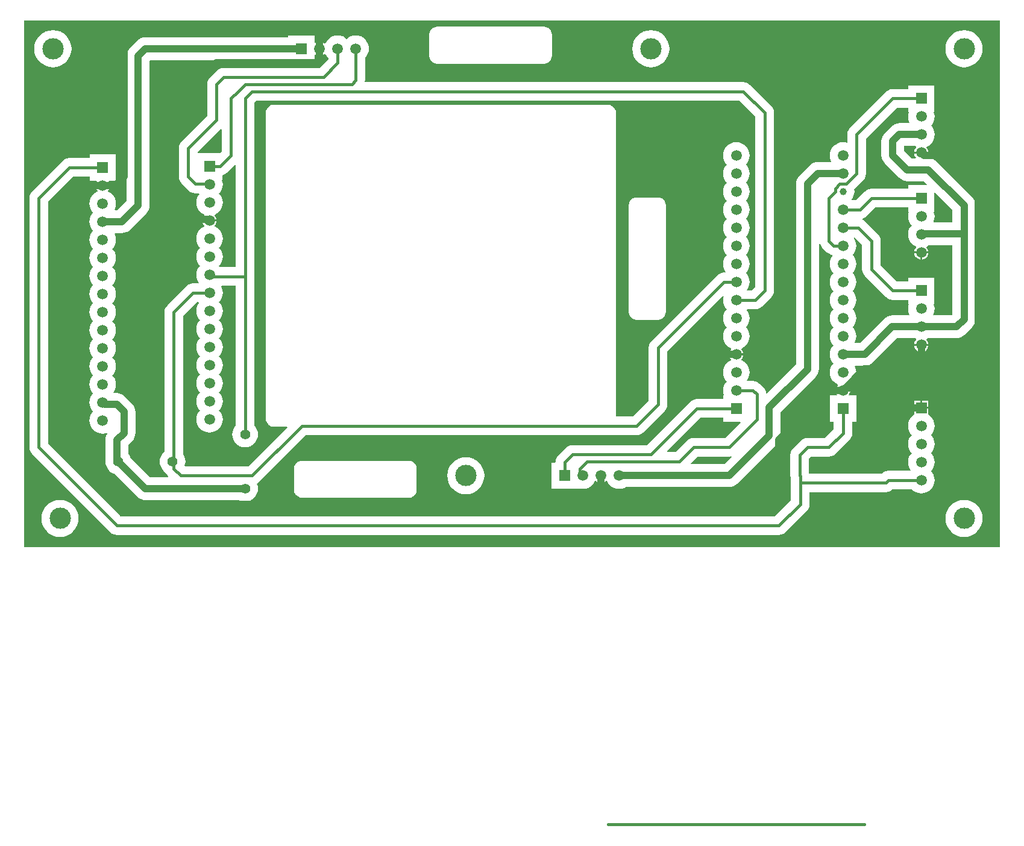
<source format=gbl>
G04 Layer_Physical_Order=2*
G04 Layer_Color=16711680*
%FSLAX42Y42*%
%MOMM*%
G71*
G01*
G75*
%ADD10C,0.40*%
%ADD11C,1.00*%
%ADD12R,1.50X1.50*%
%ADD13C,1.50*%
%ADD14R,1.50X1.50*%
%ADD15C,1.00*%
%ADD16C,1.40*%
%ADD17C,3.00*%
G36*
X17000Y3900D02*
X3300D01*
Y11300D01*
X17000D01*
Y3900D01*
D02*
G37*
%LPC*%
G36*
X9500Y5161D02*
X9449Y5156D01*
X9400Y5141D01*
X9355Y5117D01*
X9315Y5085D01*
X9283Y5045D01*
X9259Y5000D01*
X9244Y4951D01*
X9239Y4900D01*
X9244Y4849D01*
X9259Y4800D01*
X9283Y4755D01*
X9315Y4715D01*
X9355Y4683D01*
X9400Y4659D01*
X9449Y4644D01*
X9500Y4639D01*
X9551Y4644D01*
X9600Y4659D01*
X9645Y4683D01*
X9685Y4715D01*
X9717Y4755D01*
X9741Y4800D01*
X9756Y4849D01*
X9761Y4900D01*
X9756Y4951D01*
X9741Y5000D01*
X9717Y5045D01*
X9685Y5085D01*
X9645Y5117D01*
X9600Y5141D01*
X9551Y5156D01*
X9500Y5161D01*
D02*
G37*
G36*
X16500Y4561D02*
X16449Y4556D01*
X16400Y4541D01*
X16355Y4517D01*
X16315Y4485D01*
X16283Y4445D01*
X16259Y4400D01*
X16244Y4351D01*
X16239Y4300D01*
X16244Y4249D01*
X16259Y4200D01*
X16283Y4155D01*
X16315Y4115D01*
X16355Y4083D01*
X16400Y4059D01*
X16449Y4044D01*
X16500Y4039D01*
X16551Y4044D01*
X16600Y4059D01*
X16645Y4083D01*
X16685Y4115D01*
X16717Y4155D01*
X16741Y4200D01*
X16756Y4249D01*
X16761Y4300D01*
X16756Y4351D01*
X16741Y4400D01*
X16717Y4445D01*
X16685Y4485D01*
X16645Y4517D01*
X16600Y4541D01*
X16551Y4556D01*
X16500Y4561D01*
D02*
G37*
G36*
X8700Y5111D02*
X7200D01*
X7171Y5107D01*
X7145Y5096D01*
X7122Y5078D01*
X7104Y5055D01*
X7093Y5029D01*
X7089Y5000D01*
Y4700D01*
X7093Y4671D01*
X7104Y4645D01*
X7122Y4622D01*
X7145Y4604D01*
X7171Y4593D01*
X7200Y4589D01*
X8700D01*
X8729Y4593D01*
X8755Y4604D01*
X8778Y4622D01*
X8796Y4645D01*
X8807Y4671D01*
X8811Y4700D01*
Y5000D01*
X8807Y5029D01*
X8796Y5055D01*
X8778Y5078D01*
X8755Y5096D01*
X8729Y5107D01*
X8700Y5111D01*
D02*
G37*
G36*
X16000Y6725D02*
X15913D01*
Y6638D01*
X15926Y6640D01*
X15951Y6650D01*
X15972Y6666D01*
X15988Y6687D01*
X15998Y6712D01*
X16000Y6725D01*
D02*
G37*
G36*
X15887D02*
X15800D01*
X15802Y6712D01*
X15812Y6687D01*
X15828Y6666D01*
X15849Y6650D01*
X15874Y6640D01*
X15887Y6638D01*
Y6725D01*
D02*
G37*
G36*
X15887Y5954D02*
X15800D01*
Y5867D01*
X15887D01*
Y5954D01*
D02*
G37*
G36*
X16000D02*
X15913D01*
Y5867D01*
X16000D01*
Y5954D01*
D02*
G37*
G36*
X4585Y9417D02*
X4215D01*
Y9363D01*
X3932D01*
X3932Y9363D01*
X3898Y9359D01*
X3866Y9346D01*
X3839Y9325D01*
X3407Y8893D01*
X3386Y8866D01*
X3373Y8834D01*
X3369Y8800D01*
X3369Y8800D01*
Y5300D01*
X3369Y5300D01*
X3373Y5266D01*
X3386Y5234D01*
X3407Y5207D01*
X4507Y4107D01*
X4534Y4086D01*
X4566Y4073D01*
X4600Y4069D01*
X4600Y4069D01*
X13900D01*
X13900Y4069D01*
X13934Y4073D01*
X13966Y4086D01*
X13993Y4107D01*
X14293Y4407D01*
X14314Y4434D01*
X14327Y4466D01*
X14331Y4500D01*
X14331Y4500D01*
Y4669D01*
X15400D01*
X15400Y4669D01*
X15434Y4673D01*
X15466Y4686D01*
X15492Y4707D01*
X15768D01*
X15769Y4707D01*
X15797Y4683D01*
X15829Y4666D01*
X15864Y4656D01*
X15900Y4652D01*
X15936Y4656D01*
X15971Y4666D01*
X16003Y4683D01*
X16031Y4707D01*
X16055Y4735D01*
X16072Y4767D01*
X16082Y4802D01*
X16086Y4838D01*
X16082Y4874D01*
X16072Y4909D01*
X16055Y4941D01*
X16035Y4965D01*
X16055Y4989D01*
X16072Y5021D01*
X16082Y5056D01*
X16086Y5092D01*
X16082Y5128D01*
X16072Y5163D01*
X16055Y5195D01*
X16035Y5219D01*
X16055Y5243D01*
X16072Y5275D01*
X16082Y5310D01*
X16086Y5346D01*
X16082Y5382D01*
X16072Y5417D01*
X16055Y5449D01*
X16035Y5473D01*
X16055Y5497D01*
X16072Y5529D01*
X16082Y5564D01*
X16086Y5600D01*
X16082Y5636D01*
X16072Y5671D01*
X16055Y5703D01*
X16031Y5731D01*
X16003Y5755D01*
X16000Y5756D01*
Y5841D01*
X15900D01*
X15800D01*
Y5756D01*
X15797Y5755D01*
X15769Y5731D01*
X15745Y5703D01*
X15728Y5671D01*
X15718Y5636D01*
X15714Y5600D01*
X15718Y5564D01*
X15728Y5529D01*
X15745Y5497D01*
X15765Y5473D01*
X15745Y5449D01*
X15728Y5417D01*
X15718Y5382D01*
X15714Y5346D01*
X15718Y5310D01*
X15728Y5275D01*
X15745Y5243D01*
X15765Y5219D01*
X15745Y5195D01*
X15728Y5163D01*
X15718Y5128D01*
X15714Y5092D01*
X15718Y5056D01*
X15728Y5021D01*
X15745Y4989D01*
X15752Y4981D01*
X15747Y4969D01*
X15438D01*
X15438Y4969D01*
X15404Y4965D01*
X15372Y4952D01*
X15346Y4931D01*
X14325D01*
X14323Y4934D01*
Y5138D01*
X14354Y5169D01*
X14600D01*
X14600Y5169D01*
X14634Y5173D01*
X14666Y5186D01*
X14693Y5207D01*
X14893Y5407D01*
X14893Y5407D01*
X14914Y5434D01*
X14927Y5466D01*
X14931Y5500D01*
Y5659D01*
X14985D01*
Y6029D01*
X14888D01*
X14882Y6040D01*
X14888Y6047D01*
X14898Y6072D01*
X14900Y6085D01*
X14800D01*
X14700D01*
X14702Y6072D01*
X14712Y6047D01*
X14718Y6040D01*
X14712Y6029D01*
X14615D01*
Y5659D01*
X14669D01*
Y5554D01*
X14546Y5431D01*
X14300D01*
X14300Y5431D01*
X14266Y5427D01*
X14234Y5414D01*
X14207Y5393D01*
X14207Y5393D01*
X14099Y5285D01*
X14078Y5258D01*
X14065Y5226D01*
X14061Y5192D01*
X14061Y5192D01*
Y4900D01*
X14061Y4900D01*
X14065Y4866D01*
X14069Y4858D01*
Y4800D01*
Y4554D01*
X13846Y4331D01*
X4654D01*
X3631Y5354D01*
Y8746D01*
X3986Y9101D01*
X4215D01*
Y9047D01*
X4312D01*
X4318Y9036D01*
X4312Y9029D01*
X4302Y9004D01*
X4300Y8991D01*
X4400D01*
X4500D01*
X4498Y9004D01*
X4488Y9029D01*
X4482Y9036D01*
X4488Y9047D01*
X4585D01*
Y9417D01*
D02*
G37*
G36*
X10600Y11211D02*
X9100D01*
X9071Y11207D01*
X9045Y11196D01*
X9022Y11178D01*
X9004Y11155D01*
X8993Y11129D01*
X8989Y11100D01*
Y10800D01*
X8993Y10771D01*
X9004Y10745D01*
X9022Y10722D01*
X9045Y10704D01*
X9071Y10693D01*
X9100Y10689D01*
X10600D01*
X10629Y10693D01*
X10655Y10704D01*
X10678Y10722D01*
X10696Y10745D01*
X10707Y10771D01*
X10711Y10800D01*
Y11100D01*
X10707Y11129D01*
X10696Y11155D01*
X10678Y11178D01*
X10655Y11196D01*
X10629Y11207D01*
X10600Y11211D01*
D02*
G37*
G36*
X12100Y11161D02*
X12049Y11156D01*
X12000Y11141D01*
X11955Y11117D01*
X11915Y11085D01*
X11883Y11045D01*
X11859Y11000D01*
X11844Y10951D01*
X11839Y10900D01*
X11844Y10849D01*
X11859Y10800D01*
X11883Y10755D01*
X11915Y10715D01*
X11955Y10683D01*
X12000Y10659D01*
X12049Y10644D01*
X12100Y10639D01*
X12151Y10644D01*
X12200Y10659D01*
X12245Y10683D01*
X12285Y10715D01*
X12317Y10755D01*
X12341Y10800D01*
X12356Y10849D01*
X12361Y10900D01*
X12356Y10951D01*
X12341Y11000D01*
X12317Y11045D01*
X12285Y11085D01*
X12245Y11117D01*
X12200Y11141D01*
X12151Y11156D01*
X12100Y11161D01*
D02*
G37*
G36*
X16500D02*
X16449Y11156D01*
X16400Y11141D01*
X16355Y11117D01*
X16315Y11085D01*
X16283Y11045D01*
X16259Y11000D01*
X16244Y10951D01*
X16239Y10900D01*
X16244Y10849D01*
X16259Y10800D01*
X16283Y10755D01*
X16315Y10715D01*
X16355Y10683D01*
X16400Y10659D01*
X16449Y10644D01*
X16500Y10639D01*
X16551Y10644D01*
X16600Y10659D01*
X16645Y10683D01*
X16685Y10715D01*
X16717Y10755D01*
X16741Y10800D01*
X16756Y10849D01*
X16761Y10900D01*
X16756Y10951D01*
X16741Y11000D01*
X16717Y11045D01*
X16685Y11085D01*
X16645Y11117D01*
X16600Y11141D01*
X16551Y11156D01*
X16500Y11161D01*
D02*
G37*
G36*
X7954Y11086D02*
X7918Y11082D01*
X7883Y11072D01*
X7851Y11055D01*
X7827Y11035D01*
X7803Y11055D01*
X7771Y11072D01*
X7736Y11082D01*
X7700Y11086D01*
X7664Y11082D01*
X7629Y11072D01*
X7597Y11055D01*
X7569Y11031D01*
X7545Y11003D01*
X7531Y10976D01*
X7523Y10973D01*
X7519Y10973D01*
X7516Y10973D01*
X7497Y10988D01*
X7472Y10998D01*
X7459Y11000D01*
Y10900D01*
Y10800D01*
X7472Y10802D01*
X7497Y10812D01*
X7516Y10827D01*
X7519Y10827D01*
X7523Y10827D01*
X7531Y10824D01*
X7545Y10797D01*
X7569Y10769D01*
X7569Y10768D01*
Y10754D01*
X7446Y10631D01*
X6100D01*
X6066Y10627D01*
X6034Y10614D01*
X6007Y10593D01*
X6007Y10593D01*
X5907Y10493D01*
X5886Y10466D01*
X5873Y10434D01*
X5869Y10400D01*
X5869Y10400D01*
Y9954D01*
X5507Y9593D01*
X5486Y9566D01*
X5473Y9534D01*
X5469Y9500D01*
X5469Y9500D01*
Y9100D01*
X5469Y9100D01*
X5473Y9066D01*
X5486Y9034D01*
X5507Y9007D01*
X5607Y8907D01*
X5607Y8907D01*
X5634Y8886D01*
X5666Y8873D01*
X5700Y8869D01*
X5750D01*
X5756Y8856D01*
X5745Y8843D01*
X5728Y8811D01*
X5718Y8776D01*
X5714Y8740D01*
X5718Y8704D01*
X5728Y8669D01*
X5745Y8637D01*
X5769Y8609D01*
X5797Y8585D01*
X5824Y8571D01*
X5827Y8563D01*
X5827Y8559D01*
X5827Y8556D01*
X5812Y8537D01*
X5802Y8512D01*
X5800Y8499D01*
X5900D01*
X6000D01*
X5998Y8512D01*
X5988Y8537D01*
X5973Y8556D01*
X5973Y8559D01*
X5973Y8563D01*
X5976Y8571D01*
X6003Y8585D01*
X6031Y8609D01*
X6055Y8637D01*
X6072Y8669D01*
X6082Y8704D01*
X6086Y8740D01*
X6082Y8776D01*
X6072Y8811D01*
X6055Y8843D01*
X6035Y8867D01*
X6055Y8891D01*
X6072Y8923D01*
X6082Y8958D01*
X6086Y8994D01*
X6082Y9030D01*
X6075Y9053D01*
X6083Y9063D01*
X6085D01*
Y9123D01*
X6114Y9134D01*
X6141Y9155D01*
X6257Y9272D01*
X6269Y9267D01*
Y7831D01*
X6051D01*
X6035Y7851D01*
X6055Y7875D01*
X6072Y7907D01*
X6082Y7942D01*
X6086Y7978D01*
X6082Y8014D01*
X6072Y8049D01*
X6055Y8081D01*
X6035Y8105D01*
X6055Y8129D01*
X6072Y8161D01*
X6082Y8196D01*
X6086Y8232D01*
X6082Y8268D01*
X6072Y8303D01*
X6055Y8335D01*
X6031Y8363D01*
X6003Y8387D01*
X5976Y8401D01*
X5973Y8409D01*
X5973Y8413D01*
X5973Y8416D01*
X5988Y8435D01*
X5998Y8460D01*
X6000Y8473D01*
X5900D01*
X5800D01*
X5802Y8460D01*
X5812Y8435D01*
X5827Y8416D01*
X5827Y8413D01*
X5827Y8409D01*
X5824Y8401D01*
X5797Y8387D01*
X5769Y8363D01*
X5745Y8335D01*
X5728Y8303D01*
X5718Y8268D01*
X5714Y8232D01*
X5718Y8196D01*
X5728Y8161D01*
X5745Y8129D01*
X5765Y8105D01*
X5745Y8081D01*
X5728Y8049D01*
X5718Y8014D01*
X5714Y7978D01*
X5718Y7942D01*
X5728Y7907D01*
X5745Y7875D01*
X5765Y7851D01*
X5745Y7827D01*
X5728Y7795D01*
X5718Y7760D01*
X5714Y7724D01*
X5718Y7688D01*
X5728Y7653D01*
X5745Y7621D01*
X5752Y7613D01*
X5747Y7601D01*
X5670D01*
X5670Y7601D01*
X5636Y7597D01*
X5604Y7584D01*
X5577Y7563D01*
X5577Y7563D01*
X5307Y7293D01*
X5286Y7266D01*
X5273Y7234D01*
X5269Y7200D01*
X5269Y7200D01*
Y5241D01*
X5253Y5228D01*
X5231Y5200D01*
X5214Y5169D01*
X5204Y5135D01*
X5200Y5100D01*
X5204Y5065D01*
X5214Y5031D01*
X5231Y5000D01*
X5253Y4972D01*
X5280Y4950D01*
X5286Y4934D01*
X5307Y4907D01*
X5323Y4892D01*
X5318Y4880D01*
X5067D01*
X4790Y5156D01*
X4786Y5169D01*
X4769Y5200D01*
X4761Y5211D01*
Y5333D01*
X4814Y5386D01*
X4814Y5386D01*
X4834Y5411D01*
X4849Y5438D01*
X4858Y5469D01*
X4861Y5500D01*
Y5800D01*
X4858Y5831D01*
X4849Y5862D01*
X4834Y5889D01*
X4814Y5914D01*
X4814Y5914D01*
X4714Y6014D01*
X4689Y6034D01*
X4662Y6049D01*
X4631Y6058D01*
X4600Y6061D01*
X4553D01*
X4548Y6072D01*
X4555Y6081D01*
X4572Y6113D01*
X4582Y6148D01*
X4586Y6184D01*
X4582Y6220D01*
X4572Y6255D01*
X4555Y6287D01*
X4535Y6311D01*
X4555Y6335D01*
X4572Y6367D01*
X4582Y6402D01*
X4586Y6438D01*
X4582Y6474D01*
X4572Y6509D01*
X4555Y6541D01*
X4535Y6565D01*
X4555Y6589D01*
X4572Y6621D01*
X4582Y6656D01*
X4586Y6692D01*
X4582Y6728D01*
X4572Y6763D01*
X4555Y6795D01*
X4535Y6819D01*
X4555Y6843D01*
X4572Y6875D01*
X4582Y6910D01*
X4586Y6946D01*
X4582Y6982D01*
X4572Y7017D01*
X4555Y7049D01*
X4535Y7073D01*
X4555Y7097D01*
X4572Y7129D01*
X4582Y7164D01*
X4586Y7200D01*
X4582Y7236D01*
X4572Y7271D01*
X4555Y7303D01*
X4535Y7327D01*
X4555Y7351D01*
X4572Y7383D01*
X4582Y7418D01*
X4586Y7454D01*
X4582Y7490D01*
X4572Y7525D01*
X4555Y7557D01*
X4535Y7581D01*
X4555Y7605D01*
X4572Y7637D01*
X4582Y7672D01*
X4586Y7708D01*
X4582Y7744D01*
X4572Y7779D01*
X4555Y7811D01*
X4535Y7835D01*
X4555Y7859D01*
X4572Y7891D01*
X4582Y7926D01*
X4586Y7962D01*
X4582Y7998D01*
X4572Y8033D01*
X4555Y8065D01*
X4535Y8089D01*
X4555Y8113D01*
X4572Y8145D01*
X4582Y8180D01*
X4586Y8216D01*
X4582Y8252D01*
X4572Y8287D01*
X4566Y8298D01*
X4572Y8309D01*
X4670D01*
X4701Y8312D01*
X4732Y8321D01*
X4759Y8336D01*
X4784Y8356D01*
X5014Y8586D01*
X5034Y8611D01*
X5049Y8638D01*
X5058Y8669D01*
X5061Y8700D01*
X5061Y8700D01*
Y10733D01*
X5067Y10739D01*
X7007D01*
Y10715D01*
X7377D01*
Y10812D01*
X7388Y10818D01*
X7395Y10812D01*
X7420Y10802D01*
X7433Y10800D01*
Y10900D01*
Y11000D01*
X7420Y10998D01*
X7395Y10988D01*
X7388Y10982D01*
X7377Y10988D01*
Y11085D01*
X7007D01*
Y11061D01*
X5000D01*
X4969Y11058D01*
X4938Y11049D01*
X4911Y11034D01*
X4886Y11014D01*
X4886Y11014D01*
X4786Y10914D01*
X4766Y10889D01*
X4751Y10862D01*
X4742Y10831D01*
X4739Y10800D01*
Y8767D01*
X4603Y8631D01*
X4572D01*
X4566Y8642D01*
X4572Y8653D01*
X4582Y8688D01*
X4586Y8724D01*
X4582Y8760D01*
X4572Y8795D01*
X4555Y8827D01*
X4531Y8855D01*
X4503Y8879D01*
X4476Y8893D01*
X4473Y8901D01*
X4473Y8905D01*
X4473Y8908D01*
X4488Y8927D01*
X4498Y8952D01*
X4500Y8965D01*
X4400D01*
X4300D01*
X4302Y8952D01*
X4312Y8927D01*
X4327Y8908D01*
X4327Y8905D01*
X4327Y8901D01*
X4324Y8893D01*
X4297Y8879D01*
X4269Y8855D01*
X4245Y8827D01*
X4228Y8795D01*
X4218Y8760D01*
X4214Y8724D01*
X4218Y8688D01*
X4228Y8653D01*
X4245Y8621D01*
X4265Y8597D01*
X4245Y8573D01*
X4228Y8541D01*
X4218Y8506D01*
X4214Y8470D01*
X4218Y8434D01*
X4228Y8399D01*
X4245Y8367D01*
X4265Y8343D01*
X4245Y8319D01*
X4228Y8287D01*
X4218Y8252D01*
X4214Y8216D01*
X4218Y8180D01*
X4228Y8145D01*
X4245Y8113D01*
X4265Y8089D01*
X4245Y8065D01*
X4228Y8033D01*
X4218Y7998D01*
X4214Y7962D01*
X4218Y7926D01*
X4228Y7891D01*
X4245Y7859D01*
X4265Y7835D01*
X4245Y7811D01*
X4228Y7779D01*
X4218Y7744D01*
X4214Y7708D01*
X4218Y7672D01*
X4228Y7637D01*
X4245Y7605D01*
X4265Y7581D01*
X4245Y7557D01*
X4228Y7525D01*
X4218Y7490D01*
X4214Y7454D01*
X4218Y7418D01*
X4228Y7383D01*
X4245Y7351D01*
X4265Y7327D01*
X4245Y7303D01*
X4228Y7271D01*
X4218Y7236D01*
X4214Y7200D01*
X4218Y7164D01*
X4228Y7129D01*
X4245Y7097D01*
X4265Y7073D01*
X4245Y7049D01*
X4228Y7017D01*
X4218Y6982D01*
X4214Y6946D01*
X4218Y6910D01*
X4228Y6875D01*
X4245Y6843D01*
X4265Y6819D01*
X4245Y6795D01*
X4228Y6763D01*
X4218Y6728D01*
X4214Y6692D01*
X4218Y6656D01*
X4228Y6621D01*
X4245Y6589D01*
X4265Y6565D01*
X4245Y6541D01*
X4228Y6509D01*
X4218Y6474D01*
X4214Y6438D01*
X4218Y6402D01*
X4228Y6367D01*
X4245Y6335D01*
X4265Y6311D01*
X4245Y6287D01*
X4228Y6255D01*
X4218Y6220D01*
X4214Y6184D01*
X4218Y6148D01*
X4228Y6113D01*
X4245Y6081D01*
X4265Y6057D01*
X4245Y6033D01*
X4228Y6001D01*
X4218Y5966D01*
X4214Y5930D01*
X4218Y5894D01*
X4228Y5859D01*
X4245Y5827D01*
X4265Y5803D01*
X4245Y5779D01*
X4228Y5747D01*
X4218Y5712D01*
X4214Y5676D01*
X4218Y5640D01*
X4228Y5605D01*
X4245Y5573D01*
X4269Y5545D01*
X4297Y5521D01*
X4329Y5504D01*
X4364Y5494D01*
X4400Y5490D01*
X4436Y5494D01*
X4459Y5501D01*
X4467Y5490D01*
X4466Y5489D01*
X4451Y5462D01*
X4442Y5431D01*
X4439Y5400D01*
Y5119D01*
X4440Y5115D01*
X4438Y5100D01*
X4442Y5065D01*
X4452Y5031D01*
X4469Y5000D01*
X4491Y4972D01*
X4519Y4950D01*
X4550Y4933D01*
X4563Y4929D01*
X4886Y4605D01*
X4911Y4585D01*
X4938Y4570D01*
X4969Y4561D01*
X5000Y4558D01*
X6319D01*
X6331Y4552D01*
X6365Y4542D01*
X6400Y4538D01*
X6435Y4542D01*
X6469Y4552D01*
X6500Y4569D01*
X6528Y4591D01*
X6550Y4619D01*
X6567Y4650D01*
X6577Y4684D01*
X6581Y4719D01*
X6577Y4754D01*
X6567Y4788D01*
X6593Y4807D01*
X7254Y5469D01*
X11900D01*
X11900Y5469D01*
X11934Y5473D01*
X11966Y5486D01*
X11993Y5507D01*
X12293Y5807D01*
X12293Y5807D01*
X12314Y5834D01*
X12327Y5866D01*
X12331Y5900D01*
Y6646D01*
X13111Y7425D01*
X13122Y7419D01*
X13118Y7404D01*
X13114Y7368D01*
X13118Y7332D01*
X13128Y7297D01*
X13145Y7265D01*
X13165Y7241D01*
X13145Y7217D01*
X13128Y7185D01*
X13118Y7150D01*
X13114Y7114D01*
X13118Y7078D01*
X13128Y7043D01*
X13145Y7011D01*
X13165Y6987D01*
X13145Y6963D01*
X13128Y6931D01*
X13118Y6896D01*
X13114Y6860D01*
X13118Y6824D01*
X13128Y6789D01*
X13145Y6757D01*
X13169Y6729D01*
X13197Y6705D01*
X13224Y6691D01*
X13227Y6683D01*
X13227Y6679D01*
X13227Y6676D01*
X13212Y6657D01*
X13202Y6632D01*
X13200Y6619D01*
X13300D01*
X13400D01*
X13398Y6632D01*
X13388Y6657D01*
X13373Y6676D01*
X13373Y6679D01*
X13373Y6683D01*
X13376Y6691D01*
X13403Y6705D01*
X13431Y6729D01*
X13455Y6757D01*
X13472Y6789D01*
X13482Y6824D01*
X13486Y6860D01*
X13482Y6896D01*
X13472Y6931D01*
X13455Y6963D01*
X13435Y6987D01*
X13455Y7011D01*
X13472Y7043D01*
X13482Y7078D01*
X13486Y7114D01*
X13482Y7150D01*
X13472Y7185D01*
X13455Y7217D01*
X13448Y7225D01*
X13453Y7237D01*
X13568D01*
X13568Y7237D01*
X13602Y7241D01*
X13634Y7254D01*
X13661Y7275D01*
X13793Y7407D01*
X13814Y7434D01*
X13827Y7466D01*
X13831Y7500D01*
Y10000D01*
X13827Y10034D01*
X13814Y10066D01*
X13793Y10093D01*
X13793Y10093D01*
X13493Y10393D01*
X13466Y10414D01*
X13434Y10427D01*
X13400Y10431D01*
X13400Y10431D01*
X8092D01*
X8083Y10441D01*
X8085Y10454D01*
Y10768D01*
X8085Y10769D01*
X8109Y10797D01*
X8126Y10829D01*
X8136Y10864D01*
X8140Y10900D01*
X8136Y10936D01*
X8126Y10971D01*
X8109Y11003D01*
X8085Y11031D01*
X8057Y11055D01*
X8025Y11072D01*
X7990Y11082D01*
X7954Y11086D01*
D02*
G37*
G36*
X3800Y4561D02*
X3749Y4556D01*
X3700Y4541D01*
X3655Y4517D01*
X3615Y4485D01*
X3583Y4445D01*
X3559Y4400D01*
X3544Y4351D01*
X3539Y4300D01*
X3544Y4249D01*
X3559Y4200D01*
X3583Y4155D01*
X3615Y4115D01*
X3655Y4083D01*
X3700Y4059D01*
X3749Y4044D01*
X3800Y4039D01*
X3851Y4044D01*
X3900Y4059D01*
X3945Y4083D01*
X3985Y4115D01*
X4017Y4155D01*
X4041Y4200D01*
X4056Y4249D01*
X4061Y4300D01*
X4056Y4351D01*
X4041Y4400D01*
X4017Y4445D01*
X3985Y4485D01*
X3945Y4517D01*
X3900Y4541D01*
X3851Y4556D01*
X3800Y4561D01*
D02*
G37*
G36*
X16085Y10385D02*
X15715D01*
Y10331D01*
X15500D01*
X15466Y10327D01*
X15434Y10314D01*
X15407Y10293D01*
X14899Y9785D01*
X14878Y9758D01*
X14865Y9726D01*
X14861Y9692D01*
X14861Y9692D01*
Y9586D01*
X14851Y9578D01*
X14836Y9582D01*
X14800Y9586D01*
X14764Y9582D01*
X14729Y9572D01*
X14697Y9555D01*
X14669Y9531D01*
X14645Y9503D01*
X14628Y9471D01*
X14618Y9436D01*
X14614Y9400D01*
X14618Y9364D01*
X14628Y9329D01*
X14634Y9318D01*
X14628Y9307D01*
X14446D01*
X14446Y9307D01*
X14415Y9304D01*
X14384Y9295D01*
X14357Y9280D01*
X14332Y9260D01*
X14332Y9260D01*
X14186Y9114D01*
X14166Y9089D01*
X14151Y9062D01*
X14142Y9031D01*
X14139Y9000D01*
Y6465D01*
X13731Y6057D01*
X13719Y6061D01*
X13717Y6079D01*
X13704Y6111D01*
X13683Y6138D01*
X13683Y6138D01*
X13628Y6193D01*
X13601Y6214D01*
X13570Y6227D01*
X13536Y6231D01*
X13536Y6231D01*
X13455D01*
X13450Y6243D01*
X13455Y6249D01*
X13472Y6281D01*
X13482Y6316D01*
X13486Y6352D01*
X13482Y6388D01*
X13472Y6423D01*
X13455Y6455D01*
X13431Y6483D01*
X13403Y6507D01*
X13376Y6521D01*
X13373Y6529D01*
X13373Y6533D01*
X13373Y6536D01*
X13388Y6555D01*
X13398Y6580D01*
X13400Y6593D01*
X13300D01*
X13200D01*
X13202Y6580D01*
X13212Y6555D01*
X13227Y6536D01*
X13227Y6533D01*
X13227Y6529D01*
X13224Y6521D01*
X13197Y6507D01*
X13169Y6483D01*
X13145Y6455D01*
X13128Y6423D01*
X13118Y6388D01*
X13114Y6352D01*
X13118Y6316D01*
X13128Y6281D01*
X13145Y6249D01*
X13165Y6225D01*
X13145Y6201D01*
X13128Y6169D01*
X13118Y6134D01*
X13114Y6098D01*
X13118Y6062D01*
X13125Y6039D01*
X13117Y6029D01*
X13115D01*
Y5975D01*
X12744D01*
X12710Y5971D01*
X12678Y5958D01*
X12651Y5937D01*
X12651Y5937D01*
X12046Y5331D01*
X11000D01*
X10966Y5327D01*
X10934Y5314D01*
X10907Y5293D01*
X10907Y5293D01*
X10799Y5185D01*
X10778Y5158D01*
X10765Y5126D01*
X10761Y5092D01*
X10751Y5085D01*
X10707D01*
Y4715D01*
X11077D01*
Y4717D01*
X11087Y4725D01*
X11110Y4718D01*
X11146Y4714D01*
X11182Y4718D01*
X11217Y4728D01*
X11249Y4745D01*
X11277Y4769D01*
X11301Y4797D01*
X11315Y4824D01*
X11323Y4827D01*
X11327Y4827D01*
X11330Y4827D01*
X11349Y4812D01*
X11374Y4802D01*
X11387Y4800D01*
Y4900D01*
X11413D01*
Y4800D01*
X11426Y4802D01*
X11451Y4812D01*
X11470Y4827D01*
X11473Y4827D01*
X11477Y4827D01*
X11485Y4824D01*
X11499Y4797D01*
X11523Y4769D01*
X11551Y4745D01*
X11583Y4728D01*
X11618Y4718D01*
X11654Y4714D01*
X11690Y4718D01*
X11725Y4728D01*
X11746Y4739D01*
X13200D01*
X13231Y4742D01*
X13262Y4751D01*
X13289Y4766D01*
X13314Y4786D01*
X13874Y5346D01*
X13874Y5346D01*
X13894Y5371D01*
X13909Y5398D01*
X13918Y5429D01*
X13921Y5460D01*
X13921Y5460D01*
Y5791D01*
X14414Y6284D01*
X14434Y6309D01*
X14449Y6336D01*
X14458Y6367D01*
X14461Y6398D01*
X14461Y6398D01*
Y8164D01*
X14473Y8166D01*
X14486Y8134D01*
X14507Y8107D01*
X14577Y8037D01*
X14577Y8037D01*
X14604Y8016D01*
X14636Y8003D01*
X14649Y8002D01*
X14654Y7990D01*
X14645Y7979D01*
X14628Y7947D01*
X14618Y7912D01*
X14614Y7876D01*
X14618Y7840D01*
X14628Y7805D01*
X14645Y7773D01*
X14665Y7749D01*
X14645Y7725D01*
X14628Y7693D01*
X14618Y7658D01*
X14614Y7622D01*
X14618Y7586D01*
X14628Y7551D01*
X14645Y7519D01*
X14665Y7495D01*
X14645Y7471D01*
X14628Y7439D01*
X14618Y7404D01*
X14614Y7368D01*
X14618Y7332D01*
X14628Y7297D01*
X14645Y7265D01*
X14665Y7241D01*
X14645Y7217D01*
X14628Y7185D01*
X14618Y7150D01*
X14614Y7114D01*
X14618Y7078D01*
X14628Y7043D01*
X14645Y7011D01*
X14665Y6987D01*
X14645Y6963D01*
X14628Y6931D01*
X14618Y6896D01*
X14614Y6860D01*
X14618Y6824D01*
X14628Y6789D01*
X14645Y6757D01*
X14665Y6733D01*
X14645Y6709D01*
X14628Y6677D01*
X14618Y6642D01*
X14614Y6606D01*
X14618Y6570D01*
X14628Y6535D01*
X14645Y6503D01*
X14665Y6479D01*
X14645Y6455D01*
X14628Y6423D01*
X14618Y6388D01*
X14614Y6352D01*
X14618Y6316D01*
X14628Y6281D01*
X14645Y6249D01*
X14669Y6221D01*
X14697Y6197D01*
X14724Y6183D01*
X14727Y6175D01*
X14727Y6171D01*
X14727Y6168D01*
X14712Y6149D01*
X14702Y6124D01*
X14700Y6111D01*
X14800D01*
X14900D01*
X14898Y6124D01*
X14888Y6149D01*
X14873Y6168D01*
X14873Y6171D01*
X14873Y6175D01*
X14876Y6183D01*
X14903Y6197D01*
X14931Y6221D01*
X14955Y6249D01*
X14972Y6281D01*
X14982Y6316D01*
X14986Y6352D01*
X14982Y6388D01*
X14972Y6423D01*
X14966Y6434D01*
X14972Y6445D01*
X15106D01*
X15137Y6448D01*
X15168Y6457D01*
X15195Y6472D01*
X15220Y6492D01*
X15559Y6831D01*
X15808D01*
X15824Y6823D01*
X15827Y6815D01*
X15827Y6811D01*
X15827Y6808D01*
X15812Y6789D01*
X15802Y6764D01*
X15800Y6751D01*
X15900D01*
X16000D01*
X15998Y6764D01*
X15988Y6789D01*
X15973Y6808D01*
X15973Y6811D01*
X15973Y6815D01*
X15976Y6823D01*
X15992Y6831D01*
X16392D01*
X16423Y6834D01*
X16454Y6843D01*
X16481Y6858D01*
X16506Y6878D01*
X16614Y6986D01*
X16634Y7011D01*
X16649Y7038D01*
X16658Y7069D01*
X16661Y7100D01*
Y8300D01*
Y8700D01*
X16661Y8700D01*
X16658Y8731D01*
X16649Y8762D01*
X16634Y8789D01*
X16614Y8814D01*
X16614Y8814D01*
X16114Y9314D01*
X16089Y9334D01*
X16062Y9349D01*
X16031Y9358D01*
X16000Y9361D01*
X15983D01*
X15977Y9373D01*
X15988Y9387D01*
X15998Y9412D01*
X16000Y9425D01*
X15900D01*
X15800D01*
X15802Y9412D01*
X15812Y9387D01*
X15823Y9373D01*
X15817Y9361D01*
X15767D01*
X15661Y9467D01*
Y9531D01*
X15808D01*
X15824Y9523D01*
X15827Y9515D01*
X15827Y9511D01*
X15827Y9508D01*
X15812Y9489D01*
X15802Y9464D01*
X15800Y9451D01*
X15900D01*
X16000D01*
X15998Y9464D01*
X15988Y9489D01*
X15973Y9508D01*
X15973Y9511D01*
X15973Y9515D01*
X15976Y9523D01*
X16003Y9537D01*
X16031Y9561D01*
X16055Y9589D01*
X16072Y9621D01*
X16082Y9656D01*
X16086Y9692D01*
X16082Y9728D01*
X16072Y9763D01*
X16055Y9795D01*
X16035Y9819D01*
X16055Y9843D01*
X16072Y9875D01*
X16082Y9910D01*
X16086Y9946D01*
X16082Y9982D01*
X16075Y10005D01*
X16083Y10015D01*
X16085D01*
Y10385D01*
D02*
G37*
G36*
X3700Y11161D02*
X3649Y11156D01*
X3600Y11141D01*
X3555Y11117D01*
X3515Y11085D01*
X3483Y11045D01*
X3459Y11000D01*
X3444Y10951D01*
X3439Y10900D01*
X3444Y10849D01*
X3459Y10800D01*
X3483Y10755D01*
X3515Y10715D01*
X3555Y10683D01*
X3600Y10659D01*
X3649Y10644D01*
X3700Y10639D01*
X3751Y10644D01*
X3800Y10659D01*
X3845Y10683D01*
X3885Y10715D01*
X3917Y10755D01*
X3941Y10800D01*
X3956Y10849D01*
X3961Y10900D01*
X3956Y10951D01*
X3941Y11000D01*
X3917Y11045D01*
X3885Y11085D01*
X3845Y11117D01*
X3800Y11141D01*
X3751Y11156D01*
X3700Y11161D01*
D02*
G37*
%LPD*%
G36*
X13569Y9946D02*
Y7554D01*
X13514Y7499D01*
X13453D01*
X13448Y7511D01*
X13455Y7519D01*
X13472Y7551D01*
X13482Y7586D01*
X13486Y7622D01*
X13482Y7658D01*
X13472Y7693D01*
X13455Y7725D01*
X13435Y7749D01*
X13455Y7773D01*
X13472Y7805D01*
X13482Y7840D01*
X13486Y7876D01*
X13482Y7912D01*
X13472Y7947D01*
X13455Y7979D01*
X13435Y8003D01*
X13455Y8027D01*
X13472Y8059D01*
X13482Y8094D01*
X13486Y8130D01*
X13482Y8166D01*
X13472Y8201D01*
X13455Y8233D01*
X13435Y8257D01*
X13455Y8281D01*
X13472Y8313D01*
X13482Y8348D01*
X13486Y8384D01*
X13482Y8420D01*
X13472Y8455D01*
X13455Y8487D01*
X13435Y8511D01*
X13455Y8535D01*
X13472Y8567D01*
X13482Y8602D01*
X13486Y8638D01*
X13482Y8674D01*
X13472Y8709D01*
X13455Y8741D01*
X13435Y8765D01*
X13455Y8789D01*
X13472Y8821D01*
X13482Y8856D01*
X13486Y8892D01*
X13482Y8928D01*
X13472Y8963D01*
X13455Y8995D01*
X13435Y9019D01*
X13455Y9043D01*
X13472Y9075D01*
X13482Y9110D01*
X13486Y9146D01*
X13482Y9182D01*
X13472Y9217D01*
X13455Y9249D01*
X13435Y9273D01*
X13455Y9297D01*
X13472Y9329D01*
X13482Y9364D01*
X13486Y9400D01*
X13482Y9436D01*
X13472Y9471D01*
X13455Y9503D01*
X13431Y9531D01*
X13403Y9555D01*
X13371Y9572D01*
X13336Y9582D01*
X13300Y9586D01*
X13264Y9582D01*
X13229Y9572D01*
X13197Y9555D01*
X13169Y9531D01*
X13145Y9503D01*
X13128Y9471D01*
X13118Y9436D01*
X13114Y9400D01*
X13118Y9364D01*
X13128Y9329D01*
X13145Y9297D01*
X13165Y9273D01*
X13145Y9249D01*
X13128Y9217D01*
X13118Y9182D01*
X13114Y9146D01*
X13118Y9110D01*
X13128Y9075D01*
X13145Y9043D01*
X13165Y9019D01*
X13145Y8995D01*
X13128Y8963D01*
X13118Y8928D01*
X13114Y8892D01*
X13118Y8856D01*
X13128Y8821D01*
X13145Y8789D01*
X13165Y8765D01*
X13145Y8741D01*
X13128Y8709D01*
X13118Y8674D01*
X13114Y8638D01*
X13118Y8602D01*
X13128Y8567D01*
X13145Y8535D01*
X13165Y8511D01*
X13145Y8487D01*
X13128Y8455D01*
X13118Y8420D01*
X13114Y8384D01*
X13118Y8348D01*
X13128Y8313D01*
X13145Y8281D01*
X13165Y8257D01*
X13145Y8233D01*
X13128Y8201D01*
X13118Y8166D01*
X13114Y8130D01*
X13118Y8094D01*
X13128Y8059D01*
X13145Y8027D01*
X13165Y8003D01*
X13145Y7979D01*
X13128Y7947D01*
X13118Y7912D01*
X13114Y7876D01*
X13118Y7840D01*
X13128Y7805D01*
X13145Y7773D01*
X13152Y7765D01*
X13147Y7753D01*
X13122D01*
X13122Y7753D01*
X13088Y7749D01*
X13056Y7736D01*
X13029Y7715D01*
X12107Y6793D01*
X12086Y6766D01*
X12073Y6734D01*
X12069Y6700D01*
X12069Y6700D01*
Y5954D01*
X11846Y5731D01*
X11611D01*
Y10000D01*
X11607Y10029D01*
X11596Y10055D01*
X11578Y10078D01*
X11555Y10096D01*
X11529Y10107D01*
X11500Y10111D01*
X6800D01*
X6771Y10107D01*
X6745Y10096D01*
X6722Y10078D01*
X6704Y10055D01*
X6693Y10029D01*
X6689Y10000D01*
Y5700D01*
X6693Y5671D01*
X6704Y5645D01*
X6722Y5622D01*
X6745Y5604D01*
X6771Y5593D01*
X6800Y5589D01*
X6987D01*
X6992Y5577D01*
X6446Y5031D01*
X5561D01*
X5552Y5043D01*
X5558Y5065D01*
X5562Y5100D01*
X5558Y5135D01*
X5548Y5169D01*
X5531Y5200D01*
X5531Y5201D01*
Y7146D01*
X5724Y7339D01*
X5747D01*
X5752Y7327D01*
X5745Y7319D01*
X5728Y7287D01*
X5718Y7252D01*
X5714Y7216D01*
X5718Y7180D01*
X5728Y7145D01*
X5745Y7113D01*
X5765Y7089D01*
X5745Y7065D01*
X5728Y7033D01*
X5718Y6998D01*
X5714Y6962D01*
X5718Y6926D01*
X5728Y6891D01*
X5745Y6859D01*
X5765Y6835D01*
X5745Y6811D01*
X5728Y6779D01*
X5718Y6744D01*
X5714Y6708D01*
X5718Y6672D01*
X5728Y6637D01*
X5745Y6605D01*
X5765Y6581D01*
X5745Y6557D01*
X5728Y6525D01*
X5718Y6490D01*
X5714Y6454D01*
X5718Y6418D01*
X5728Y6383D01*
X5745Y6351D01*
X5765Y6327D01*
X5745Y6303D01*
X5728Y6271D01*
X5718Y6236D01*
X5714Y6200D01*
X5718Y6164D01*
X5728Y6129D01*
X5745Y6097D01*
X5765Y6073D01*
X5745Y6049D01*
X5728Y6017D01*
X5718Y5982D01*
X5714Y5946D01*
X5718Y5910D01*
X5728Y5875D01*
X5745Y5843D01*
X5765Y5819D01*
X5745Y5795D01*
X5728Y5763D01*
X5718Y5728D01*
X5714Y5692D01*
X5718Y5656D01*
X5728Y5621D01*
X5745Y5589D01*
X5769Y5561D01*
X5797Y5537D01*
X5829Y5520D01*
X5864Y5510D01*
X5900Y5506D01*
X5936Y5510D01*
X5971Y5520D01*
X6003Y5537D01*
X6031Y5561D01*
X6055Y5589D01*
X6072Y5621D01*
X6082Y5656D01*
X6086Y5692D01*
X6082Y5728D01*
X6072Y5763D01*
X6055Y5795D01*
X6035Y5819D01*
X6055Y5843D01*
X6072Y5875D01*
X6082Y5910D01*
X6086Y5946D01*
X6082Y5982D01*
X6072Y6017D01*
X6055Y6049D01*
X6035Y6073D01*
X6055Y6097D01*
X6072Y6129D01*
X6082Y6164D01*
X6086Y6200D01*
X6082Y6236D01*
X6072Y6271D01*
X6055Y6303D01*
X6035Y6327D01*
X6055Y6351D01*
X6072Y6383D01*
X6082Y6418D01*
X6086Y6454D01*
X6082Y6490D01*
X6072Y6525D01*
X6055Y6557D01*
X6035Y6581D01*
X6055Y6605D01*
X6072Y6637D01*
X6082Y6672D01*
X6086Y6708D01*
X6082Y6744D01*
X6072Y6779D01*
X6055Y6811D01*
X6035Y6835D01*
X6055Y6859D01*
X6072Y6891D01*
X6082Y6926D01*
X6086Y6962D01*
X6082Y6998D01*
X6072Y7033D01*
X6055Y7065D01*
X6035Y7089D01*
X6055Y7113D01*
X6072Y7145D01*
X6082Y7180D01*
X6086Y7216D01*
X6082Y7252D01*
X6072Y7287D01*
X6055Y7319D01*
X6035Y7343D01*
X6055Y7367D01*
X6072Y7399D01*
X6082Y7434D01*
X6086Y7470D01*
X6082Y7506D01*
X6072Y7541D01*
X6063Y7558D01*
X6069Y7569D01*
X6269D01*
Y5605D01*
X6250Y5581D01*
X6233Y5550D01*
X6223Y5516D01*
X6219Y5481D01*
X6223Y5446D01*
X6233Y5412D01*
X6250Y5381D01*
X6272Y5353D01*
X6300Y5331D01*
X6331Y5314D01*
X6365Y5304D01*
X6400Y5300D01*
X6435Y5304D01*
X6469Y5314D01*
X6500Y5331D01*
X6528Y5353D01*
X6550Y5381D01*
X6567Y5412D01*
X6577Y5446D01*
X6581Y5481D01*
X6577Y5516D01*
X6567Y5550D01*
X6550Y5581D01*
X6531Y5605D01*
Y7700D01*
Y10146D01*
X6554Y10169D01*
X13346D01*
X13569Y9946D01*
D02*
G37*
G36*
X6069Y9767D02*
Y9454D01*
X6048Y9433D01*
X5731D01*
X5731Y9446D01*
X6057Y9772D01*
X6069Y9767D01*
D02*
G37*
%LPC*%
G36*
X12200Y8811D02*
X11900D01*
X11871Y8807D01*
X11845Y8796D01*
X11822Y8778D01*
X11804Y8755D01*
X11793Y8729D01*
X11789Y8700D01*
Y7200D01*
X11793Y7171D01*
X11804Y7145D01*
X11822Y7122D01*
X11845Y7104D01*
X11871Y7093D01*
X11900Y7089D01*
X12200D01*
X12229Y7093D01*
X12255Y7104D01*
X12278Y7122D01*
X12296Y7145D01*
X12307Y7171D01*
X12311Y7200D01*
Y8700D01*
X12307Y8729D01*
X12296Y8755D01*
X12278Y8778D01*
X12255Y8796D01*
X12229Y8807D01*
X12200Y8811D01*
D02*
G37*
%LPD*%
G36*
X13233Y5160D02*
X13133Y5061D01*
X12663D01*
X12658Y5073D01*
X12754Y5169D01*
X13200D01*
X13200Y5169D01*
X13227Y5172D01*
X13233Y5160D01*
D02*
G37*
G36*
X13115Y5659D02*
X13357D01*
X13362Y5647D01*
X13146Y5431D01*
X12700D01*
X12700Y5431D01*
X12666Y5427D01*
X12634Y5414D01*
X12607Y5393D01*
X12607Y5393D01*
X12446Y5231D01*
X12333D01*
X12328Y5243D01*
X12798Y5713D01*
X13115D01*
Y5659D01*
D02*
G37*
G36*
X16339Y8633D02*
Y8461D01*
X16077D01*
X16070Y8472D01*
X16072Y8475D01*
X16082Y8510D01*
X16086Y8546D01*
X16082Y8582D01*
X16075Y8605D01*
X16083Y8615D01*
X16085D01*
Y8871D01*
X16097Y8876D01*
X16339Y8633D01*
D02*
G37*
G36*
X15715Y10015D02*
X15717D01*
X15725Y10005D01*
X15718Y9982D01*
X15714Y9946D01*
X15718Y9910D01*
X15728Y9875D01*
X15734Y9864D01*
X15728Y9853D01*
X15592D01*
X15592Y9853D01*
X15561Y9850D01*
X15530Y9841D01*
X15503Y9826D01*
X15478Y9806D01*
X15386Y9714D01*
X15366Y9689D01*
X15351Y9662D01*
X15342Y9631D01*
X15339Y9600D01*
Y9400D01*
X15342Y9369D01*
X15351Y9338D01*
X15366Y9311D01*
X15386Y9286D01*
X15586Y9086D01*
X15586Y9086D01*
X15611Y9066D01*
X15638Y9051D01*
X15669Y9042D01*
X15700Y9039D01*
X15700Y9039D01*
X15933D01*
X15976Y8997D01*
X15971Y8985D01*
X15715D01*
Y8931D01*
X15200D01*
X15200Y8931D01*
X15166Y8927D01*
X15134Y8914D01*
X15107Y8893D01*
X15107Y8893D01*
X14984Y8769D01*
X14932D01*
X14931Y8769D01*
X14916Y8782D01*
X14934Y8803D01*
X14949Y8830D01*
X14958Y8861D01*
X14961Y8892D01*
X14958Y8923D01*
X14957Y8926D01*
X15085Y9054D01*
X15085Y9054D01*
X15106Y9082D01*
X15119Y9113D01*
X15123Y9147D01*
X15123Y9147D01*
Y9638D01*
X15554Y10069D01*
X15715D01*
Y10015D01*
D02*
G37*
G36*
X15069Y8146D02*
Y7800D01*
X15069Y7800D01*
X15073Y7766D01*
X15086Y7734D01*
X15107Y7707D01*
X15407Y7407D01*
X15407Y7407D01*
X15434Y7386D01*
X15466Y7373D01*
X15500Y7369D01*
X15715D01*
Y7315D01*
X15717D01*
X15725Y7305D01*
X15718Y7282D01*
X15714Y7246D01*
X15718Y7210D01*
X15728Y7175D01*
X15734Y7164D01*
X15728Y7153D01*
X15492D01*
X15492Y7153D01*
X15461Y7150D01*
X15430Y7141D01*
X15403Y7126D01*
X15378Y7106D01*
X15039Y6767D01*
X14972D01*
X14966Y6778D01*
X14972Y6789D01*
X14982Y6824D01*
X14986Y6860D01*
X14982Y6896D01*
X14972Y6931D01*
X14955Y6963D01*
X14935Y6987D01*
X14955Y7011D01*
X14972Y7043D01*
X14982Y7078D01*
X14986Y7114D01*
X14982Y7150D01*
X14972Y7185D01*
X14955Y7217D01*
X14935Y7241D01*
X14955Y7265D01*
X14972Y7297D01*
X14982Y7332D01*
X14986Y7368D01*
X14982Y7404D01*
X14972Y7439D01*
X14955Y7471D01*
X14935Y7495D01*
X14955Y7519D01*
X14972Y7551D01*
X14982Y7586D01*
X14986Y7622D01*
X14982Y7658D01*
X14972Y7693D01*
X14955Y7725D01*
X14935Y7749D01*
X14955Y7773D01*
X14972Y7805D01*
X14982Y7840D01*
X14986Y7876D01*
X14982Y7912D01*
X14972Y7947D01*
X14955Y7979D01*
X14935Y8003D01*
X14955Y8027D01*
X14972Y8059D01*
X14982Y8094D01*
X14986Y8130D01*
X14982Y8166D01*
X14972Y8201D01*
X14955Y8233D01*
X14953Y8235D01*
X14958Y8249D01*
X14965Y8250D01*
X15069Y8146D01*
D02*
G37*
G36*
X15715Y8615D02*
X15717D01*
X15725Y8605D01*
X15718Y8582D01*
X15714Y8546D01*
X15718Y8510D01*
X15728Y8475D01*
X15745Y8443D01*
X15765Y8419D01*
X15745Y8395D01*
X15728Y8363D01*
X15718Y8328D01*
X15714Y8292D01*
X15718Y8256D01*
X15728Y8221D01*
X15745Y8189D01*
X15769Y8161D01*
X15797Y8137D01*
X15824Y8123D01*
X15827Y8115D01*
X15827Y8111D01*
X15827Y8108D01*
X15812Y8089D01*
X15802Y8064D01*
X15800Y8051D01*
X15900D01*
X16000D01*
X15998Y8064D01*
X15988Y8089D01*
X15973Y8108D01*
X15973Y8111D01*
X15973Y8115D01*
X15976Y8123D01*
X16003Y8137D01*
X16005Y8139D01*
X16339D01*
Y7167D01*
X16325Y7153D01*
X16072D01*
X16066Y7164D01*
X16072Y7175D01*
X16082Y7210D01*
X16086Y7246D01*
X16082Y7282D01*
X16075Y7305D01*
X16083Y7315D01*
X16085D01*
Y7685D01*
X15715D01*
Y7631D01*
X15554D01*
X15331Y7854D01*
Y8200D01*
X15331Y8200D01*
X15327Y8234D01*
X15314Y8266D01*
X15293Y8293D01*
X15109Y8477D01*
X15082Y8498D01*
X15077Y8500D01*
X15077Y8513D01*
X15104Y8524D01*
X15131Y8545D01*
X15254Y8669D01*
X15715D01*
Y8615D01*
D02*
G37*
%LPC*%
G36*
X15887Y8025D02*
X15800D01*
X15802Y8012D01*
X15812Y7987D01*
X15828Y7966D01*
X15849Y7950D01*
X15874Y7940D01*
X15887Y7938D01*
Y8025D01*
D02*
G37*
G36*
X16000D02*
X15913D01*
Y7938D01*
X15926Y7940D01*
X15951Y7950D01*
X15972Y7966D01*
X15988Y7987D01*
X15998Y8012D01*
X16000Y8025D01*
D02*
G37*
%LPD*%
D10*
X14992Y9147D02*
Y9692D01*
X15500Y10200D01*
X15900D01*
X7700Y10700D02*
Y10900D01*
X7500Y10500D02*
X7700Y10700D01*
X6100Y10500D02*
X7500D01*
X6000Y10400D02*
X6100Y10500D01*
X6000Y9900D02*
Y10400D01*
X5600Y9500D02*
X6000Y9900D01*
X5600Y9100D02*
Y9500D01*
Y9100D02*
X5700Y9000D01*
X5894D01*
X5900Y8994D01*
Y9248D02*
X6048D01*
X6200Y9400D01*
Y10200D01*
X6300Y10300D01*
Y10300D01*
X6400Y10400D01*
X7900D01*
X7954Y10454D01*
Y10900D01*
X11100Y4946D02*
X11146Y4900D01*
X11100Y4946D02*
Y5000D01*
X11200Y5100D01*
X12500D01*
X10892Y4900D02*
Y5092D01*
X11000Y5200D01*
X12100D01*
X11900Y5600D02*
X12200Y5900D01*
X7200Y5600D02*
X11900D01*
X6500Y4900D02*
X7200Y5600D01*
X14200Y4800D02*
Y4892D01*
Y4500D02*
Y4800D01*
X15400D01*
X15438Y4838D01*
X15900D01*
X14192Y4900D02*
X14200Y4892D01*
X14192Y4900D02*
Y5192D01*
X15200Y8800D02*
X15900D01*
X15038Y8638D02*
X15200Y8800D01*
X14800Y8638D02*
X15038D01*
X15500Y7500D02*
X15900D01*
X15200Y7800D02*
X15500Y7500D01*
X15200Y7800D02*
Y8200D01*
X14670Y8130D02*
X14800D01*
X14600Y8200D02*
X14670Y8130D01*
X14600Y8200D02*
Y8800D01*
X14690Y8890D01*
Y8938D01*
X14754Y9002D01*
X14847D01*
X14992Y9147D01*
X6400Y5481D02*
X6400Y5481D01*
X12700Y5300D02*
X13200D01*
X12500Y5100D02*
X12700Y5300D01*
X4600Y4200D02*
X13900D01*
X3500Y5300D02*
X4600Y4200D01*
X3500Y5300D02*
Y8800D01*
X5400Y5000D02*
X5500Y4900D01*
X13590Y5690D02*
Y6046D01*
X13200Y5300D02*
X13590Y5690D01*
X11500Y0D02*
X15100D01*
X14800Y5844D02*
X14800Y5844D01*
X14800Y5500D02*
Y5844D01*
X14600Y5300D02*
X14800Y5500D01*
X14300Y5300D02*
X14600D01*
X14192Y5192D02*
X14300Y5300D01*
X14784Y8400D02*
X14800Y8384D01*
X15016D01*
X15200Y8200D01*
X5670Y7470D02*
X5900D01*
X5400Y7200D02*
X5670Y7470D01*
X5381Y5100D02*
X5400Y5119D01*
Y7200D01*
X5900Y7724D02*
X5924Y7700D01*
X5381Y5100D02*
X5400Y5081D01*
X6500Y10300D02*
X13400D01*
X13700Y10000D01*
Y7500D02*
Y10000D01*
X13568Y7368D02*
X13700Y7500D01*
X13300Y7368D02*
X13568D01*
X5400Y5000D02*
Y5081D01*
X3932Y9232D02*
X4400D01*
X3500Y8800D02*
X3932Y9232D01*
X13900Y4200D02*
X14200Y4500D01*
X6400Y10200D02*
X6500Y10300D01*
X5924Y7700D02*
X6400D01*
Y5481D02*
Y7700D01*
Y10200D01*
X13536Y6100D02*
X13590Y6046D01*
X13302Y6100D02*
X13536D01*
X13300Y6098D02*
X13302Y6100D01*
X12100Y5200D02*
X12744Y5844D01*
X13300D01*
X5500Y4900D02*
X6500D01*
X12200Y6700D02*
X13122Y7622D01*
X13300D01*
X12200Y5900D02*
Y6700D01*
D11*
X15900Y9438D02*
X15938Y9400D01*
X16500D01*
X16700Y9200D01*
Y6700D02*
Y9200D01*
X15592Y9692D02*
X15900D01*
X15500Y9600D02*
X15592Y9692D01*
X15500Y9400D02*
Y9600D01*
Y9400D02*
X15700Y9200D01*
X16000D01*
X16500Y8700D01*
X4900D02*
Y10800D01*
X5000Y10900D01*
X7192D01*
X7446D02*
Y11154D01*
X7400Y11200D02*
X7446Y11154D01*
X5000Y11200D02*
X7400D01*
X4700Y10900D02*
X5000Y11200D01*
X4700Y9100D02*
Y10900D01*
X4578Y8978D02*
X4700Y9100D01*
X4400Y8978D02*
X4578D01*
X5886Y8500D02*
X5900Y8486D01*
X5600Y8500D02*
X5886D01*
X5400Y8700D02*
X5600Y8500D01*
X5400Y8700D02*
Y10100D01*
X6000Y10700D01*
X7400D01*
X7446Y10746D01*
Y10900D01*
X11654Y4900D02*
X13200D01*
X11400Y4500D02*
X13500D01*
X10100D02*
X11400D01*
Y4900D01*
X10290Y5390D02*
X11990D01*
X10100Y5200D02*
X10290Y5390D01*
X10100Y4500D02*
Y5200D01*
X11990Y5390D02*
X12400Y5800D01*
X15600Y6400D02*
X15900D01*
X15102D02*
X15600D01*
Y5900D02*
Y6400D01*
Y5900D02*
X15646Y5854D01*
X15900D01*
X15900Y6400D02*
X16400D01*
X16700Y6700D01*
X15900Y6400D02*
Y6738D01*
X14800Y6098D02*
X15102Y6400D01*
X16500Y8300D02*
Y8700D01*
Y7100D02*
Y8300D01*
X15900Y6992D02*
X16392D01*
X16500Y7100D01*
X15908Y8300D02*
X16500D01*
X15900Y8292D02*
X15908Y8300D01*
X14800Y6606D02*
X15106D01*
X15492Y6992D01*
X15900D01*
X4700Y4500D02*
X10100D01*
X5000Y4719D02*
X6400D01*
X4619Y5100D02*
X5000Y4719D01*
X3800Y5400D02*
X4700Y4500D01*
X3800Y5400D02*
Y8500D01*
X4600Y5119D02*
X4619Y5100D01*
X4600Y5119D02*
Y5400D01*
X4700Y5500D01*
Y5800D01*
X4600Y5900D02*
X4700Y5800D01*
X4430Y5900D02*
X4600D01*
X4400Y5930D02*
X4430Y5900D01*
X13760Y5460D02*
Y5858D01*
X13200Y4900D02*
X13760Y5460D01*
X14598Y6098D02*
X14800D01*
X13900Y5400D02*
X14598Y6098D01*
X13900Y4900D02*
Y5400D01*
X13760Y5858D02*
X14300Y6398D01*
X14800Y6606D02*
X14806Y6600D01*
X4278Y8978D02*
X4400D01*
X3800Y8500D02*
X4278Y8978D01*
X4400Y8470D02*
X4670D01*
X4900Y8700D01*
X13500Y4500D02*
X13700Y4700D01*
Y4700D01*
X13900Y4900D01*
X12506Y6606D02*
X13300D01*
X12500Y6600D02*
X12506Y6606D01*
X12500Y6600D02*
Y6600D01*
X12400Y6500D02*
X12500Y6600D01*
X14446Y9146D02*
X14800D01*
X14300Y9000D02*
X14446Y9146D01*
X14300Y6398D02*
Y9000D01*
X12400Y5800D02*
Y6500D01*
D12*
X10892Y4900D02*
D03*
X7192Y10900D02*
D03*
D13*
X11146Y4900D02*
D03*
X11400D02*
D03*
X11654D02*
D03*
X15900Y9438D02*
D03*
Y9692D02*
D03*
Y9946D02*
D03*
X7954Y10900D02*
D03*
X7700D02*
D03*
X7446D02*
D03*
X4400Y5676D02*
D03*
Y5930D02*
D03*
Y6184D02*
D03*
Y6438D02*
D03*
Y6692D02*
D03*
Y6946D02*
D03*
Y7200D02*
D03*
Y7454D02*
D03*
Y7708D02*
D03*
Y7962D02*
D03*
Y8216D02*
D03*
Y8470D02*
D03*
Y8724D02*
D03*
Y8978D02*
D03*
X5900Y5692D02*
D03*
Y5946D02*
D03*
Y6200D02*
D03*
Y6454D02*
D03*
Y6708D02*
D03*
Y6962D02*
D03*
Y7216D02*
D03*
Y7470D02*
D03*
Y7724D02*
D03*
Y7978D02*
D03*
Y8232D02*
D03*
Y8486D02*
D03*
Y8740D02*
D03*
Y8994D02*
D03*
X14800Y9400D02*
D03*
Y9146D02*
D03*
Y8638D02*
D03*
Y8384D02*
D03*
Y8130D02*
D03*
Y7876D02*
D03*
Y7622D02*
D03*
Y7368D02*
D03*
Y7114D02*
D03*
Y6860D02*
D03*
Y6606D02*
D03*
Y6352D02*
D03*
Y6098D02*
D03*
X13300Y9400D02*
D03*
Y9146D02*
D03*
Y8892D02*
D03*
Y8638D02*
D03*
Y8384D02*
D03*
Y8130D02*
D03*
Y7876D02*
D03*
Y7622D02*
D03*
Y7368D02*
D03*
Y7114D02*
D03*
Y6860D02*
D03*
Y6606D02*
D03*
Y6352D02*
D03*
Y6098D02*
D03*
X15900Y4838D02*
D03*
Y5092D02*
D03*
Y5346D02*
D03*
Y5600D02*
D03*
X15900Y6738D02*
D03*
Y6992D02*
D03*
Y7246D02*
D03*
X15900Y8038D02*
D03*
Y8292D02*
D03*
Y8546D02*
D03*
D14*
X15900Y10200D02*
D03*
X4400Y9232D02*
D03*
X5900Y9248D02*
D03*
X14800Y5844D02*
D03*
X13300D02*
D03*
X15900Y5854D02*
D03*
X15900Y7500D02*
D03*
X15900Y8800D02*
D03*
D15*
X14800Y8892D02*
D03*
D16*
X6400Y5481D02*
D03*
Y4719D02*
D03*
X5381Y5100D02*
D03*
X4619D02*
D03*
D17*
X3800Y4300D02*
D03*
X9500Y4900D02*
D03*
X16500Y4300D02*
D03*
Y10900D02*
D03*
X12100D02*
D03*
X3700D02*
D03*
M02*

</source>
